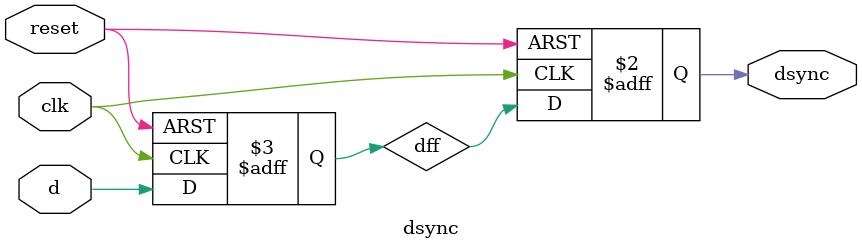
<source format=sv>
`timescale 1ns/1ps

/*
* Company: Santa Clara University
* Engineer: Jonathan Trinh
*
* Create Date: 10/16/2019 07:40:38 PM
* Design Name:
* Module Name: dual synchronizer
* Project Name: Implementation of Dual Synchronizer
* Target Devices: Intel FPGA
* Tool Versions:
* Description: apply dsync to inputs and output the sync version to the input clk
*
* Dependencies: clock and reset
*
* Revision:
* Revision 0.01 - File Created
* Additional Comments:
*
*/

module dsync    (
//----------Output Ports--------------
  output logic dsync,
  //------------Input Ports--------------
  input d,
  input clk,
  input reset
  );

  logic dff;
//-------------Code Starts Here-------
  always_ff @(posedge clk or posedge reset) begin
    if (reset) begin
        dff <= 1'b0;
        dsync <= 1'b0;
    end
    else begin
        dff <= d;
        dsync <= dff;
    end
  end

endmodule

</source>
